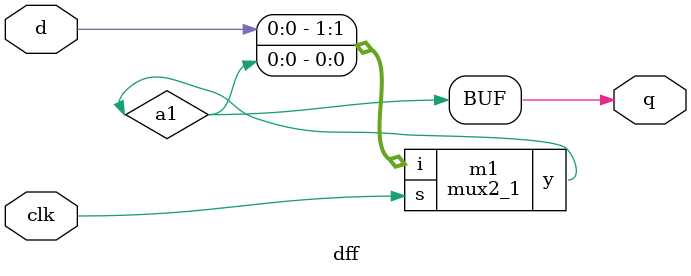
<source format=v>
module mux2_1(i,s,y);
 input [1:0] i; input s;
 output y;
 
 assign y = s?i[1]:i[0];
endmodule
 
module dlatch_mux(d,q,clk);
 input d, clk; 
 output q;
 wire q1;
 mux2_1 m1({d,q1},clk,q1);
 assign q = q1;
endmodule

module dff(d,q,clk);
 input d, clk; 
 output q;
 wire q1,a1;
 mux2_1 m1({d,a1},clk,a1);
 mux2_1 m2({a1,q1},clk,q1);
 assign q= a1;
endmodule

</source>
